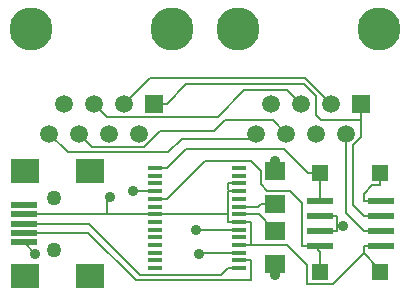
<source format=gtl>
G04 (created by PCBNEW-RS274X (2011-07-08)-stable) date Wed 10 Aug 2011 06:35:13 PM EDT*
G01*
G70*
G90*
%MOIN*%
G04 Gerber Fmt 3.4, Leading zero omitted, Abs format*
%FSLAX34Y34*%
G04 APERTURE LIST*
%ADD10C,0.006000*%
%ADD11R,0.070900X0.062900*%
%ADD12C,0.143700*%
%ADD13R,0.059100X0.059100*%
%ADD14C,0.059100*%
%ADD15R,0.055000X0.055000*%
%ADD16R,0.086600X0.023600*%
%ADD17R,0.050000X0.016000*%
%ADD18R,0.091000X0.019000*%
%ADD19R,0.098000X0.079000*%
%ADD20C,0.050000*%
%ADD21C,0.035000*%
%ADD22C,0.008000*%
G04 APERTURE END LIST*
G54D10*
G54D11*
X58200Y-41641D03*
X58200Y-42759D03*
G54D12*
X56962Y-36900D03*
X61635Y-36900D03*
G54D13*
X61050Y-39400D03*
G54D14*
X60550Y-40400D03*
X60050Y-39400D03*
X59550Y-40400D03*
X59050Y-39400D03*
X58550Y-40400D03*
X58050Y-39400D03*
X57550Y-40400D03*
G54D12*
X50062Y-36900D03*
X54735Y-36900D03*
G54D13*
X54150Y-39400D03*
G54D14*
X53650Y-40400D03*
X53150Y-39400D03*
X52650Y-40400D03*
X52150Y-39400D03*
X51650Y-40400D03*
X51150Y-39400D03*
X50650Y-40400D03*
G54D15*
X61700Y-41700D03*
X61700Y-45000D03*
G54D16*
X59676Y-42650D03*
X59676Y-43150D03*
X59676Y-43650D03*
X59676Y-44150D03*
X61723Y-44150D03*
X61723Y-43650D03*
X61723Y-43150D03*
X61723Y-42650D03*
G54D17*
X54200Y-41550D03*
X54200Y-41800D03*
X54200Y-42060D03*
X54200Y-42320D03*
X54200Y-42570D03*
X54200Y-42830D03*
X54200Y-43090D03*
X54200Y-43340D03*
X54200Y-43600D03*
X54200Y-43850D03*
X54200Y-44110D03*
X54200Y-44370D03*
X54200Y-44620D03*
X54200Y-44880D03*
X57000Y-44880D03*
X57000Y-44620D03*
X57000Y-44380D03*
X57000Y-44110D03*
X57000Y-43850D03*
X57000Y-43600D03*
X57000Y-43340D03*
X57000Y-43090D03*
X57000Y-42830D03*
X57000Y-42570D03*
X57000Y-42320D03*
X57000Y-42060D03*
X57000Y-41800D03*
X57000Y-41550D03*
G54D18*
X49815Y-43090D03*
X49815Y-42780D03*
X49815Y-43400D03*
X49815Y-43710D03*
G54D19*
X52020Y-45150D03*
X49850Y-45150D03*
X49850Y-41650D03*
X52020Y-41650D03*
G54D18*
X49815Y-44020D03*
G54D20*
X50830Y-44265D03*
X50830Y-42535D03*
G54D11*
X58200Y-44759D03*
X58200Y-43641D03*
G54D15*
X59700Y-41700D03*
X59700Y-45000D03*
G54D21*
X52700Y-42500D03*
X58200Y-45100D03*
X58200Y-41300D03*
X55636Y-44429D03*
X50200Y-44400D03*
X60450Y-43480D03*
X55561Y-43600D03*
X53455Y-42320D03*
G54D22*
X52600Y-43090D02*
X52600Y-42600D01*
X52600Y-42600D02*
X52700Y-42500D01*
X61700Y-45000D02*
X61700Y-44836D01*
X56804Y-43340D02*
X56607Y-43340D01*
X57000Y-42320D02*
X56804Y-42320D01*
X57000Y-42060D02*
X56607Y-42060D01*
X56666Y-42320D02*
X56607Y-42320D01*
X56804Y-42320D02*
X56666Y-42320D01*
X56607Y-42261D02*
X56607Y-42060D01*
X56666Y-42320D02*
X56607Y-42261D01*
X61723Y-44150D02*
X61147Y-44150D01*
X49815Y-43090D02*
X52600Y-43090D01*
X52600Y-43090D02*
X54200Y-43090D01*
X54200Y-43090D02*
X56607Y-43090D01*
X56607Y-43340D02*
X56607Y-43090D01*
X56607Y-43090D02*
X56607Y-42320D01*
X56804Y-43340D02*
X57000Y-43340D01*
X57393Y-43340D02*
X57393Y-44110D01*
X57000Y-43340D02*
X57393Y-43340D01*
X57000Y-44110D02*
X57197Y-44110D01*
X57197Y-44110D02*
X57393Y-44110D01*
X60123Y-45419D02*
X61147Y-44395D01*
X59285Y-45419D02*
X60123Y-45419D01*
X59263Y-45397D02*
X59285Y-45419D01*
X59263Y-44786D02*
X59263Y-45397D01*
X58587Y-44110D02*
X59263Y-44786D01*
X57393Y-44110D02*
X58587Y-44110D01*
X61588Y-44836D02*
X61147Y-44395D01*
X61700Y-44836D02*
X61588Y-44836D01*
X61147Y-44395D02*
X61147Y-44150D01*
X54150Y-39400D02*
X54588Y-39400D01*
X59733Y-39960D02*
X61050Y-39960D01*
X59550Y-39777D02*
X59733Y-39960D01*
X59550Y-39161D02*
X59550Y-39777D01*
X59149Y-38760D02*
X59550Y-39161D01*
X55228Y-38760D02*
X59149Y-38760D01*
X54588Y-39400D02*
X55228Y-38760D01*
X61050Y-39960D02*
X61050Y-39400D01*
X61050Y-40525D02*
X61050Y-39960D01*
X60783Y-40792D02*
X61050Y-40525D01*
X60783Y-42786D02*
X60783Y-40792D01*
X61147Y-43150D02*
X60783Y-42786D01*
X61723Y-43150D02*
X61147Y-43150D01*
X54018Y-38532D02*
X53150Y-39400D01*
X59182Y-38532D02*
X54018Y-38532D01*
X60050Y-39400D02*
X59182Y-38532D01*
X52089Y-40839D02*
X51650Y-40400D01*
X53832Y-40839D02*
X52089Y-40839D01*
X54362Y-40309D02*
X53832Y-40839D01*
X56146Y-40309D02*
X54362Y-40309D01*
X56502Y-39953D02*
X56146Y-40309D01*
X58103Y-39953D02*
X56502Y-39953D01*
X58550Y-40400D02*
X58103Y-39953D01*
X57367Y-40583D02*
X57550Y-40400D01*
X55071Y-40583D02*
X57367Y-40583D01*
X54631Y-41023D02*
X55071Y-40583D01*
X51273Y-41023D02*
X54631Y-41023D01*
X50650Y-40400D02*
X51273Y-41023D01*
X57632Y-42830D02*
X57703Y-42759D01*
X57000Y-42830D02*
X57632Y-42830D01*
X58200Y-42759D02*
X57703Y-42759D01*
X57649Y-43090D02*
X58200Y-43641D01*
X57000Y-43090D02*
X57649Y-43090D01*
X57393Y-45266D02*
X57393Y-44620D01*
X57372Y-45287D02*
X57393Y-45266D01*
X53538Y-45287D02*
X57372Y-45287D01*
X51961Y-43710D02*
X53538Y-45287D01*
X49815Y-43710D02*
X51961Y-43710D01*
X57000Y-44620D02*
X57393Y-44620D01*
X58200Y-45100D02*
X58200Y-44759D01*
X58200Y-41300D02*
X58200Y-41641D01*
X55685Y-44380D02*
X55636Y-44429D01*
X57000Y-44380D02*
X55685Y-44380D01*
X49815Y-44020D02*
X49820Y-44020D01*
X49820Y-44020D02*
X50200Y-44400D01*
X56384Y-45103D02*
X56607Y-44880D01*
X53691Y-45103D02*
X56384Y-45103D01*
X51988Y-43400D02*
X53691Y-45103D01*
X49815Y-43400D02*
X51988Y-43400D01*
X57000Y-44880D02*
X56607Y-44880D01*
X59100Y-42721D02*
X59100Y-44150D01*
X58677Y-42298D02*
X59100Y-42721D01*
X57922Y-42298D02*
X58677Y-42298D01*
X57702Y-42078D02*
X57922Y-42298D01*
X57702Y-41656D02*
X57702Y-42078D01*
X57372Y-41326D02*
X57702Y-41656D01*
X55837Y-41326D02*
X57372Y-41326D01*
X54593Y-42570D02*
X55837Y-41326D01*
X54200Y-42570D02*
X54593Y-42570D01*
X59676Y-44150D02*
X59515Y-44150D01*
X59515Y-44150D02*
X59100Y-44150D01*
X59700Y-44335D02*
X59700Y-45000D01*
X59515Y-44150D02*
X59700Y-44335D01*
X59676Y-43650D02*
X60252Y-43650D01*
X59676Y-43150D02*
X60252Y-43150D01*
X60252Y-43650D02*
X60252Y-43480D01*
X60252Y-43480D02*
X60252Y-43150D01*
X60252Y-43480D02*
X60450Y-43480D01*
X58594Y-38944D02*
X59050Y-39400D01*
X57166Y-38944D02*
X58594Y-38944D01*
X56270Y-39840D02*
X57166Y-38944D01*
X52590Y-39840D02*
X56270Y-39840D01*
X52150Y-39400D02*
X52590Y-39840D01*
X54200Y-41550D02*
X54593Y-41550D01*
X55228Y-40915D02*
X54593Y-41550D01*
X58497Y-40915D02*
X55228Y-40915D01*
X59282Y-41700D02*
X58497Y-40915D01*
X59700Y-41700D02*
X59491Y-41700D01*
X59491Y-41700D02*
X59282Y-41700D01*
X59676Y-41885D02*
X59676Y-42650D01*
X59491Y-41700D02*
X59676Y-41885D01*
X60550Y-43053D02*
X60550Y-40400D01*
X61147Y-43650D02*
X60550Y-43053D01*
X61723Y-43650D02*
X61147Y-43650D01*
X57000Y-43600D02*
X55561Y-43600D01*
X61147Y-42405D02*
X61147Y-42650D01*
X61434Y-42118D02*
X61147Y-42405D01*
X61700Y-42118D02*
X61434Y-42118D01*
X61700Y-41700D02*
X61700Y-42118D01*
X61723Y-42650D02*
X61147Y-42650D01*
X54200Y-42320D02*
X53807Y-42320D01*
X53807Y-42320D02*
X53455Y-42320D01*
M02*

</source>
